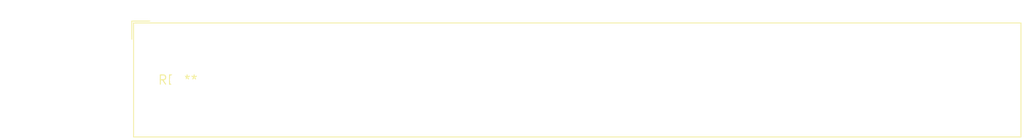
<source format=kicad_pcb>
(kicad_pcb (version 20240108) (generator pcbnew)
  (layers (0 "F.Cu" signal) (31 "B.Cu" signal) (34 "B.Paste" user) (35 "F.Paste" user) (36 "B.SilkS" user "B.Silkscreen") (37 "F.SilkS" user "F.Silkscreen") (38 "B.Mask" user) (39 "F.Mask" user) (44 "Edge.Cuts" user))
  (net 0 "")
  (footprint "TerminalBlock_Dinkle_DT-55-B01X-12_P10.00mm" (layer "F.Cu") (at 0 0)
    (property "Reference" "REF**")
    (property "Value" "TerminalBlock_Dinkle_DT-55-B01X-12_P10.00mm")
    (fp_line (start -6.35 -8.1) (end -3.85 -8.1) (layer "F.SilkS") (stroke (width 0.12)))
    (fp_line (start -6.35 -5.6) (end -6.35 -8.1) (layer "F.SilkS") (stroke (width 0.12)))
    (fp_line (start -6.1 -7.85) (end 116.1 -7.85) (layer "F.SilkS") (stroke (width 0.12)))
    (fp_line (start -6.1 7.85) (end -6.1 -7.85) (layer "F.SilkS") (stroke (width 0.12)))
    (fp_line (start -6.1 7.85) (end 116.1 7.85) (layer "F.SilkS") (stroke (width 0.12)))
    (fp_line (start 116.1 -7.85) (end 116.1 7.85) (layer "F.SilkS") (stroke (width 0.12)))
    (pad "1" thru_hole rect (at 0 0) (size 3.3 6.6) (drill 2.2) (layers *.Cu *.Mask) (remove_unused_layers))
    (pad "2" thru_hole oval (at 10 0) (size 3.3 6.6) (drill 2.2) (layers *.Cu *.Mask) (remove_unused_layers))
    (pad "3" thru_hole oval (at 20 0) (size 3.3 6.6) (drill 2.2) (layers *.Cu *.Mask) (remove_unused_layers))
    (pad "4" thru_hole oval (at 30 0) (size 3.3 6.6) (drill 2.2) (layers *.Cu *.Mask) (remove_unused_layers))
    (pad "5" thru_hole oval (at 40 0) (size 3.3 6.6) (drill 2.2) (layers *.Cu *.Mask) (remove_unused_layers))
    (pad "6" thru_hole oval (at 50 0) (size 3.3 6.6) (drill 2.2) (layers *.Cu *.Mask) (remove_unused_layers))
    (pad "7" thru_hole oval (at 60 0) (size 3.3 6.6) (drill 2.2) (layers *.Cu *.Mask) (remove_unused_layers))
    (pad "8" thru_hole oval (at 70 0) (size 3.3 6.6) (drill 2.2) (layers *.Cu *.Mask) (remove_unused_layers))
    (pad "9" thru_hole oval (at 80 0) (size 3.3 6.6) (drill 2.2) (layers *.Cu *.Mask) (remove_unused_layers))
    (pad "10" thru_hole oval (at 90 0) (size 3.3 6.6) (drill 2.2) (layers *.Cu *.Mask) (remove_unused_layers))
    (pad "11" thru_hole oval (at 100 0) (size 3.3 6.6) (drill 2.2) (layers *.Cu *.Mask) (remove_unused_layers))
    (pad "12" thru_hole oval (at 110 0) (size 3.3 6.6) (drill 2.2) (layers *.Cu *.Mask) (remove_unused_layers))
  )
)
</source>
